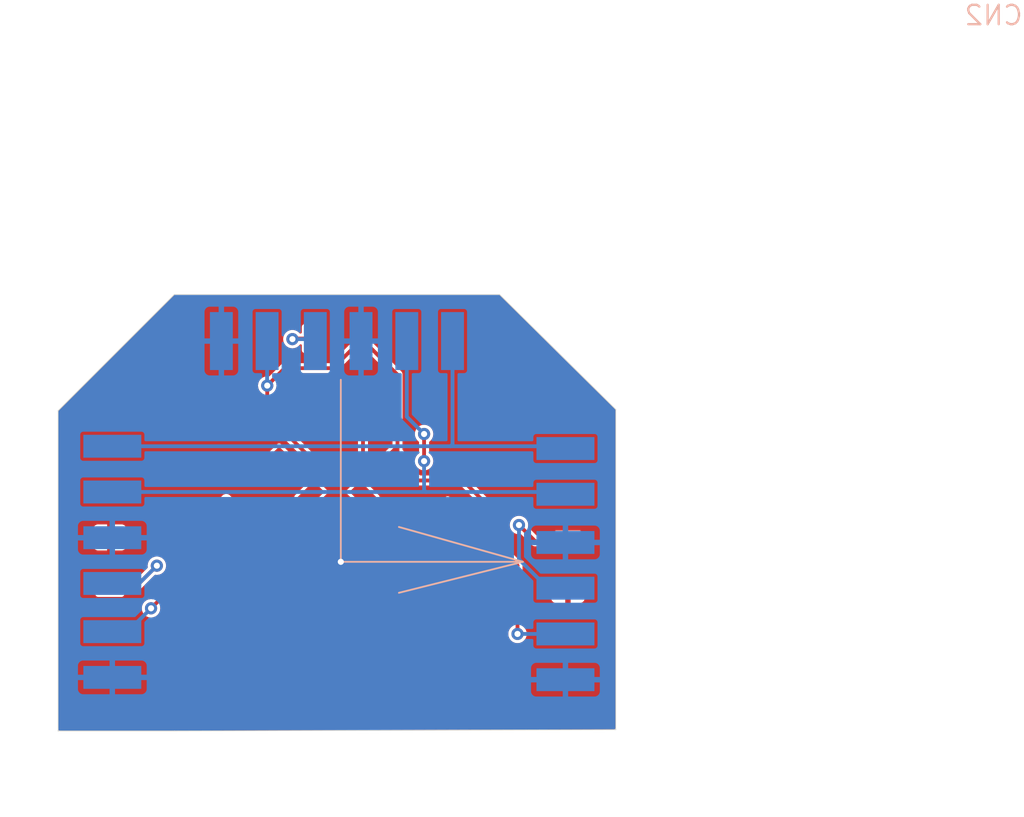
<source format=kicad_pcb>
(kicad_pcb (version 20211014) (generator pcbnew)
  (layers (0 "F.Cu" signal) (31 "B.Cu" signal) (34 "B.Paste" user) (35 "F.Paste" user) (36 "B.SilkS" user "B.Silkscreen") (37 "F.SilkS" user "F.Silkscreen") (38 "B.Mask" user) (39 "F.Mask" user) (44 "Edge.Cuts" user))
  (net 0 "")
  (net 1 "GND")
  (net 2 "Net-(CN1-Pad1)")
  (net 3 "Net-(CN1-Pad2)")
  (net 4 "Net-(CN1-Pad4)")
  (net 5 "+5V")
  (net 6 "Net-(CN2-Pad3)")
  (net 8 "Net-(CN3-Pad3)")
  (net 9 "Net-(D1-Pad4)")
  (net 10 "Net-(D3-Pad2)")
  (net 11 "Net-(D6-Pad2)")
  (footprint "LED_SMD:LED_WS2812B_PLCC4_5.0x5.0mm_P3.2mm" (layer "F.Cu") (at 145.288 103.632 135)
    (fp_text reference "D6" hide)
    (fp_text value "WS2812B")
    (pad "1" smd rect (at -2.45 -1.6 135) (size 1.5 1) (layers "F.Cu" "F.Paste" "F.Mask") (net 1 "GND"))
    (pad "2" smd rect (at -2.45 1.6 135) (size 1.5 1) (layers "F.Cu" "F.Paste" "F.Mask") (net 11 "Net-(D6-Pad2)"))
    (pad "3" smd rect (at 2.45 1.6 135) (size 1.5 1) (layers "F.Cu" "F.Paste" "F.Mask") (net 5 "+5V"))
    (pad "4" smd rect (at 2.45 -1.6 135) (size 1.5 1) (layers "F.Cu" "F.Paste" "F.Mask") (net 10 "Net-(D3-Pad2)"))
  )
  (footprint "LED_SMD:LED_WS2812B_PLCC4_5.0x5.0mm_P3.2mm" (layer "F.Cu") (at 128.27 107.442 180)
    (fp_text reference "D4" hide)
    (fp_text value "WS2812B")
    (pad "1" smd rect (at -2.45 -1.6 180) (size 1.5 1) (layers "F.Cu" "F.Paste" "F.Mask") (net 5 "+5V"))
    (pad "2" smd rect (at -2.45 1.6 180) (size 1.5 1) (layers "F.Cu" "F.Paste" "F.Mask") (net 9 "Net-(D1-Pad4)"))
    (pad "3" smd rect (at 2.45 1.6 180) (size 1.5 1) (layers "F.Cu" "F.Paste" "F.Mask") (net 1 "GND"))
    (pad "4" smd rect (at 2.45 -1.6 180) (size 1.5 1) (layers "F.Cu" "F.Paste" "F.Mask") (net 8 "Net-(CN3-Pad3)"))
  )
  (footprint "LED_SMD:LED_WS2812B_PLCC4_5.0x5.0mm_P3.2mm" (layer "F.Cu") (at 153.416 107.696 180)
    (fp_text reference "D7" hide)
    (fp_text value "WS2812B")
    (pad "1" smd rect (at -2.45 -1.6 180) (size 1.5 1) (layers "F.Cu" "F.Paste" "F.Mask") (net 1 "GND"))
    (pad "2" smd rect (at -2.45 1.6 180) (size 1.5 1) (layers "F.Cu" "F.Paste" "F.Mask") (net 4 "Net-(CN1-Pad4)"))
    (pad "3" smd rect (at 2.45 1.6 180) (size 1.5 1) (layers "F.Cu" "F.Paste" "F.Mask") (net 5 "+5V"))
    (pad "4" smd rect (at 2.45 -1.6 180) (size 1.5 1) (layers "F.Cu" "F.Paste" "F.Mask") (net 11 "Net-(D6-Pad2)"))
  )
  (footprint "LED_SMD:LED_WS2812B_PLCC4_5.0x5.0mm_P3.2mm" (layer "F.Cu") (at 140.716 95.25 90)
    (fp_text reference "D3" hide)
    (fp_text value "WS2812B")
    (pad "1" smd rect (at -2.45 -1.6 90) (size 1.5 1) (layers "F.Cu" "F.Paste" "F.Mask") (net 1 "GND"))
    (pad "2" smd rect (at -2.45 1.6 90) (size 1.5 1) (layers "F.Cu" "F.Paste" "F.Mask") (net 10 "Net-(D3-Pad2)"))
    (pad "3" smd rect (at 2.45 1.6 90) (size 1.5 1) (layers "F.Cu" "F.Paste" "F.Mask") (net 5 "+5V"))
    (pad "4" smd rect (at 2.45 -1.6 90) (size 1.5 1) (layers "F.Cu" "F.Paste" "F.Mask") (net 6 "Net-(CN2-Pad3)"))
  )
  (footprint "LED_SMD:LED_WS2812B_PLCC4_5.0x5.0mm_P3.2mm" (layer "F.Cu") (at 136.144 103.632 -135)
    (fp_text reference "D1" hide)
    (fp_text value "WS2812B")
    (pad "1" smd rect (at -2.45 -1.6 225) (size 1.5 1) (layers "F.Cu" "F.Paste" "F.Mask") (net 5 "+5V"))
    (pad "2" smd rect (at -2.45 1.6 225) (size 1.5 1) (layers "F.Cu" "F.Paste" "F.Mask"))
    (pad "3" smd rect (at 2.45 1.6 225) (size 1.5 1) (layers "F.Cu" "F.Paste" "F.Mask") (net 1 "GND"))
    (pad "4" smd rect (at 2.45 -1.6 225) (size 1.5 1) (layers "F.Cu" "F.Paste" "F.Mask") (net 9 "Net-(D1-Pad4)"))
  )
  (footprint "Adafruit NeoPixel 8 Stick:1X4-SMT" (layer "B.Cu") (at 125.984 107.942 90)
    (fp_text reference "CN3" hide)
    (fp_text value "1X4SMT")
    (pad "1" smd rect (at -7.08 0 90) (size 1.5 3.8) (layers "B.Cu" "B.Paste" "B.Mask") (net 1 "GND"))
    (pad "2" smd rect (at -4.08 0 90) (size 1.5 3.8) (layers "B.Cu" "B.Paste" "B.Mask") (net 5 "+5V"))
    (pad "3" smd rect (at -0.92 0 90) (size 1.5 3.8) (layers "B.Cu" "B.Paste" "B.Mask") (net 8 "Net-(CN3-Pad3)"))
    (pad "4" smd rect (at 2.08 0 90) (size 1.5 3.8) (layers "B.Cu" "B.Paste" "B.Mask") (net 1 "GND"))
    (pad "5" smd rect (at 5.08 0 90) (size 1.5 3.8) (layers "B.Cu" "B.Paste" "B.Mask") (net 3 "Net-(CN1-Pad2)"))
    (pad "6" smd rect (at 8.08 0 90) (size 1.5 3.8) (layers "B.Cu" "B.Paste" "B.Mask") (net 2 "Net-(CN1-Pad1)"))
  )
  (footprint "Adafruit NeoPixel 8 Stick:1X4-SMT" (layer "B.Cu") (at 155.702 107.092 -90)
    (fp_text reference "CN1" hide)
    (fp_text value "1X4SMT")
    (pad "1" smd rect (at -7.08 0 270) (size 1.5 3.8) (layers "B.Cu" "B.Paste" "B.Mask") (net 2 "Net-(CN1-Pad1)"))
    (pad "2" smd rect (at -4.08 0 270) (size 1.5 3.8) (layers "B.Cu" "B.Paste" "B.Mask") (net 3 "Net-(CN1-Pad2)"))
    (pad "3" smd rect (at -0.92 0 270) (size 1.5 3.8) (layers "B.Cu" "B.Paste" "B.Mask") (net 1 "GND"))
    (pad "4" smd rect (at 2.08 0 270) (size 1.5 3.8) (layers "B.Cu" "B.Paste" "B.Mask") (net 4 "Net-(CN1-Pad4)"))
    (pad "5" smd rect (at 5.08 0 270) (size 1.5 3.8) (layers "B.Cu" "B.Paste" "B.Mask") (net 5 "+5V"))
    (pad "6" smd rect (at 8.08 0 270) (size 1.5 3.8) (layers "B.Cu" "B.Paste" "B.Mask") (net 1 "GND"))
  )
  (footprint "Adafruit NeoPixel 8 Stick:1X4-SMT" (layer "B.Cu") (at 140.216 92.964)
    (fp_text reference "CN2" (at 43.568 -21.362) (layer "B.SilkS") (effects (font (size 1.27 1.27)) (justify mirror)))
    (fp_text value "1X4SMT")
    (pad "1" smd rect (at -7.08 0) (size 1.5 3.8) (layers "B.Cu" "B.Paste" "B.Mask") (net 1 "GND"))
    (pad "2" smd rect (at -4.08 0) (size 1.5 3.8) (layers "B.Cu" "B.Paste" "B.Mask") (net 5 "+5V"))
    (pad "3" smd rect (at -0.92 0) (size 1.5 3.8) (layers "B.Cu" "B.Paste" "B.Mask") (net 6 "Net-(CN2-Pad3)"))
    (pad "4" smd rect (at 2.08 0) (size 1.5 3.8) (layers "B.Cu" "B.Paste" "B.Mask") (net 1 "GND"))
    (pad "5" smd rect (at 5.08 0) (size 1.5 3.8) (layers "B.Cu" "B.Paste" "B.Mask") (net 3 "Net-(CN1-Pad2)"))
    (pad "6" smd rect (at 8.08 0) (size 1.5 3.8) (layers "B.Cu" "B.Paste" "B.Mask") (net 2 "Net-(CN1-Pad1)"))
  )
  (gr_line (start 140.97 107.442) (end 140.97 95.504) (layer "B.SilkS") (width 0.12))
  (gr_line (start 152.907998 107.442) (end 144.779998 109.474) (layer "B.SilkS") (width 0.12))
  (gr_line (start 140.97 107.442) (end 152.907998 107.442) (layer "B.SilkS") (width 0.12))
  (gr_line (start 144.779999 105.155999) (end 152.907998 107.442) (layer "B.SilkS") (width 0.12))
  (gr_line (start 130.048 89.915998) (end 151.384 89.915999) (layer "Edge.Cuts") (width 0.05))
  (gr_line (start 122.428 97.536) (end 122.428 118.536) (layer "Edge.Cuts") (width 0.05))
  (gr_line (start 151.384 89.915999) (end 159.004 97.45) (layer "Edge.Cuts") (width 0.05))
  (gr_line (start 130.048 118.536) (end 159.004 118.45) (layer "Edge.Cuts") (width 0.05))
  (gr_line (start 159.004 97.45) (end 159.004 118.45) (layer "Edge.Cuts") (width 0.05))
  (gr_line locked (start 122.428 118.536) (end 130.048 118.536) (layer "Edge.Cuts") (width 0.05))
  (gr_line (start 122.428 97.536) (end 130.048 89.915998) (layer "Edge.Cuts") (width 0.05))
  (via (at 140.97 107.442) (size 0.8) (drill 0.4) (layers "F.Cu" "B.Cu") (net 1))
  (segment (start 125.984 99.862) (end 148.169 99.862) (width 0.25) (layer "B.Cu") (net 2))
  (segment (start 148.169 99.862) (end 155.552 99.862) (width 0.25) (layer "B.Cu") (net 2))
  (segment (start 148.296 92.964) (end 148.296 99.735) (width 0.25) (layer "B.Cu") (net 2))
  (segment (start 148.296 99.735) (end 148.169 99.862) (width 0.25) (layer "B.Cu") (net 2))
  (segment (start 155.552 99.862) (end 155.702 100.012) (width 0.25) (layer "B.Cu") (net 2))
  (segment (start 146.431 99.06) (end 146.431 100.838) (width 0.25) (layer "F.Cu") (net 3))
  (via (at 146.431 99.06) (size 0.8) (drill 0.4) (layers "F.Cu" "B.Cu") (net 3))
  (via (at 146.431 100.838) (size 0.8) (drill 0.4) (layers "F.Cu" "B.Cu") (net 3))
  (segment (start 145.296 97.925) (end 146.431 99.06) (width 0.25) (layer "B.Cu") (net 3))
  (segment (start 146.431 100.838) (end 146.431 102.743) (width 0.25) (layer "B.Cu") (net 3))
  (segment (start 155.552 102.862) (end 155.702 103.012) (width 0.25) (layer "B.Cu") (net 3))
  (segment (start 125.984 102.862) (end 146.55 102.862) (width 0.25) (layer "B.Cu") (net 3))
  (segment (start 146.431 102.743) (end 146.55 102.862) (width 0.25) (layer "B.Cu") (net 3))
  (segment (start 145.296 92.964) (end 145.296 97.925) (width 0.25) (layer "B.Cu") (net 3))
  (segment (start 146.55 102.862) (end 155.552 102.862) (width 0.25) (layer "B.Cu") (net 3))
  (segment (start 153.721 106.096) (end 152.654 105.029) (width 0.25) (layer "F.Cu") (net 4))
  (segment (start 155.866 106.096) (end 153.721 106.096) (width 0.25) (layer "F.Cu") (net 4))
  (via (at 152.654 105.029) (size 0.8) (drill 0.4) (layers "F.Cu" "B.Cu") (net 4))
  (segment (start 152.654 105.029) (end 152.654 107.274) (width 0.25) (layer "B.Cu") (net 4))
  (segment (start 154.552 109.172) (end 155.702 109.172) (width 0.25) (layer "B.Cu") (net 4))
  (segment (start 152.654 107.274) (end 154.552 109.172) (width 0.25) (layer "B.Cu") (net 4))
  (segment (start 137.287 107.696) (end 137.287 104.751741) (width 0.25) (layer "F.Cu") (net 5))
  (segment (start 148.971 102.108) (end 150.966 104.103) (width 0.25) (layer "F.Cu") (net 5))
  (segment (start 150.966 104.103) (end 150.966 106.096) (width 0.25) (layer "F.Cu") (net 5))
  (segment (start 130.72 109.042) (end 129.972 109.042) (width 0.25) (layer "F.Cu") (net 5))
  (segment (start 136.144 97.79) (end 136.144 95.885) (width 0.25) (layer "F.Cu") (net 5))
  (segment (start 130.72 109.042) (end 135.941 109.042) (width 0.25) (layer "F.Cu") (net 5))
  (segment (start 140.462 94.742) (end 142.316 92.888) (width 0.25) (layer "F.Cu") (net 5))
  (segment (start 144.686959 95.170959) (end 142.316 92.8) (width 0.25) (layer "F.Cu") (net 5))
  (segment (start 135.941 109.042) (end 137.287 107.696) (width 0.25) (layer "F.Cu") (net 5))
  (segment (start 144.686959 100.768218) (end 146.026741 102.108) (width 0.25) (layer "F.Cu") (net 5))
  (segment (start 139.007782 100.653782) (end 136.144 97.79) (width 0.25) (layer "F.Cu") (net 5))
  (segment (start 150.966 106.096) (end 152.558 107.688) (width 0.25) (layer "F.Cu") (net 5))
  (segment (start 144.686959 100.768218) (end 144.686959 95.170959) (width 0.25) (layer "F.Cu") (net 5))
  (segment (start 139.007782 103.030959) (end 139.007782 100.653782) (width 0.25) (layer "F.Cu") (net 5))
  (segment (start 152.558 107.688) (end 152.558 112.172) (width 0.25) (layer "F.Cu") (net 5))
  (segment (start 136.144 95.885) (end 137.287 94.742) (width 0.25) (layer "F.Cu") (net 5))
  (segment (start 137.287 104.751741) (end 139.007782 103.030959) (width 0.25) (layer "F.Cu") (net 5))
  (segment (start 137.287 94.742) (end 140.462 94.742) (width 0.25) (layer "F.Cu") (net 5))
  (segment (start 146.026741 102.108) (end 148.971 102.108) (width 0.25) (layer "F.Cu") (net 5))
  (segment (start 129.972 109.042) (end 128.524 110.49) (width 0.25) (layer "F.Cu") (net 5))
  (segment (start 142.316 92.888) (end 142.316 92.8) (width 0.25) (layer "F.Cu") (net 5))
  (via (at 128.524 110.49) (size 0.8) (drill 0.4) (layers "F.Cu" "B.Cu") (net 5))
  (via (at 136.144 95.885) (size 0.8) (drill 0.4) (layers "F.Cu" "B.Cu") (net 5))
  (via (at 152.558 112.172) (size 0.8) (drill 0.4) (layers "F.Cu" "B.Cu") (net 5))
  (segment (start 125.984 112.022) (end 126.992 112.022) (width 0.25) (layer "B.Cu") (net 5))
  (segment (start 136.136 92.964) (end 136.136 95.877) (width 0.25) (layer "B.Cu") (net 5))
  (segment (start 155.702 112.172) (end 152.558 112.172) (width 0.25) (layer "B.Cu") (net 5))
  (segment (start 136.136 95.877) (end 136.144 95.885) (width 0.25) (layer "B.Cu") (net 5))
  (segment (start 126.992 112.022) (end 128.524 110.49) (width 0.25) (layer "B.Cu") (net 5))
  (segment (start 139.116 92.8) (end 137.832 92.8) (width 0.25) (layer "F.Cu") (net 6))
  (segment (start 137.832 92.8) (end 137.795 92.837) (width 0.25) (layer "F.Cu") (net 6))
  (via (at 137.795 92.837) (size 0.8) (drill 0.4) (layers "F.Cu" "B.Cu") (net 6))
  (segment (start 137.795 92.837) (end 139.169 92.837) (width 0.25) (layer "B.Cu") (net 6))
  (segment (start 139.169 92.837) (end 139.296 92.964) (width 0.25) (layer "B.Cu") (net 6))
  (segment (start 125.82 109.042) (end 127.559 109.042) (width 0.25) (layer "F.Cu") (net 8))
  (segment (start 127.559 109.042) (end 128.905 107.696) (width 0.25) (layer "F.Cu") (net 8))
  (via (at 128.905 107.696) (size 0.8) (drill 0.4) (layers "F.Cu" "B.Cu") (net 8))
  (segment (start 128.905 107.696) (end 127.739 108.862) (width 0.25) (layer "B.Cu") (net 8))
  (segment (start 127.739 108.862) (end 125.984 108.862) (width 0.25) (layer "B.Cu") (net 8))
  (segment (start 134.889177 105.842) (end 135.542959 106.495782) (width 0.25) (layer "F.Cu") (net 9))
  (segment (start 130.72 105.842) (end 134.889177 105.842) (width 0.25) (layer "F.Cu") (net 9))
  (segment (start 142.424218 103.030959) (end 142.424218 97.808218) (width 0.25) (layer "F.Cu") (net 10))
  (segment (start 142.424218 97.808218) (end 142.316 97.7) (width 0.25) (layer "F.Cu") (net 10))
  (segment (start 148.151782 106.481782) (end 148.151782 104.233041) (width 0.25) (layer "F.Cu") (net 11))
  (segment (start 150.966 109.296) (end 148.151782 106.481782) (width 0.25) (layer "F.Cu") (net 11))
  (zone (net 1) (net_name "GND") (layers F&B.Cu) (priority 6) (connect_pads (clearance 0.000001)) (min_thickness 0.1524) (fill yes (thermal_gap 0.3548) (thermal_bridge_width 0.3548))
    (polygon (pts (xy 164.338 86.36) (xy 163.83 124.206) (xy 118.872 123.444) (xy 118.618 86.614)))
  )
)
</source>
